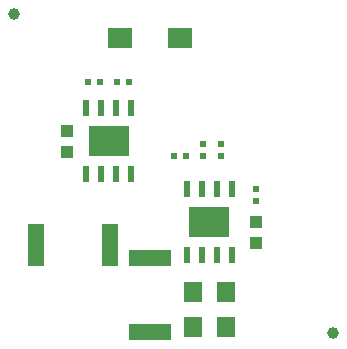
<source format=gbr>
%TF.GenerationSoftware,KiCad,Pcbnew,7.0.11-7.0.11~ubuntu22.04.1*%
%TF.CreationDate,2024-11-21T15:06:28+02:00*%
%TF.ProjectId,POEv3_Rev_A,504f4576-335f-4526-9576-5f412e6b6963,A*%
%TF.SameCoordinates,PX55d4a80PY8a48640*%
%TF.FileFunction,Paste,Bot*%
%TF.FilePolarity,Positive*%
%FSLAX46Y46*%
G04 Gerber Fmt 4.6, Leading zero omitted, Abs format (unit mm)*
G04 Created by KiCad (PCBNEW 7.0.11-7.0.11~ubuntu22.04.1) date 2024-11-21 15:06:28*
%MOMM*%
%LPD*%
G01*
G04 APERTURE LIST*
%ADD10R,2.000000X1.700000*%
%ADD11R,1.016000X1.016000*%
%ADD12R,1.454000X3.654000*%
%ADD13R,0.600000X1.400000*%
%ADD14R,3.500000X2.600000*%
%ADD15R,0.500000X0.550000*%
%ADD16R,0.550000X0.500000*%
%ADD17R,1.524000X1.778000*%
%ADD18R,3.654000X1.454000*%
%ADD19C,1.000000*%
G04 APERTURE END LIST*
D10*
%TO.C,D1*%
X10500000Y26500000D03*
X15500000Y26500000D03*
%TD*%
D11*
%TO.C,C1*%
X6000000Y18639000D03*
X6000000Y16861000D03*
%TD*%
D12*
%TO.C,R4*%
X3350000Y9000000D03*
X9650000Y9000000D03*
%TD*%
D13*
%TO.C,U1*%
X7595000Y20550000D03*
X8865000Y20550000D03*
X10135000Y20550000D03*
X11405000Y20550000D03*
X11405000Y14950000D03*
X10135000Y14950000D03*
X8865000Y14950000D03*
X7595000Y14950000D03*
D14*
X9500000Y17750000D03*
%TD*%
D15*
%TO.C,R2*%
X10242000Y22750000D03*
X11258000Y22750000D03*
%TD*%
%TO.C,R1*%
X7742000Y22750000D03*
X8758000Y22750000D03*
%TD*%
D16*
%TO.C,R11*%
X17500000Y17508000D03*
X17500000Y16492000D03*
%TD*%
D17*
%TO.C,R6*%
X19397000Y5000000D03*
X16603000Y5000000D03*
%TD*%
D18*
%TO.C,R5*%
X13000000Y1600000D03*
X13000000Y7900000D03*
%TD*%
D16*
%TO.C,C5*%
X19000000Y17508000D03*
X19000000Y16492000D03*
%TD*%
D11*
%TO.C,C4*%
X22000000Y9111000D03*
X22000000Y10889000D03*
%TD*%
D13*
%TO.C,U2*%
X19905000Y8150000D03*
X18635000Y8150000D03*
X17365000Y8150000D03*
X16095000Y8150000D03*
X16095000Y13750000D03*
X17365000Y13750000D03*
X18635000Y13750000D03*
X19905000Y13750000D03*
D14*
X18000000Y10950000D03*
%TD*%
D16*
%TO.C,R8*%
X22000000Y13758000D03*
X22000000Y12742000D03*
%TD*%
D17*
%TO.C,R7*%
X19397000Y2000000D03*
X16603000Y2000000D03*
%TD*%
D19*
%TO.C,FID7*%
X1500000Y28500000D03*
%TD*%
D15*
%TO.C,R10*%
X16008000Y16500000D03*
X14992000Y16500000D03*
%TD*%
D19*
%TO.C,FID8*%
X28500000Y1500000D03*
%TD*%
M02*

</source>
